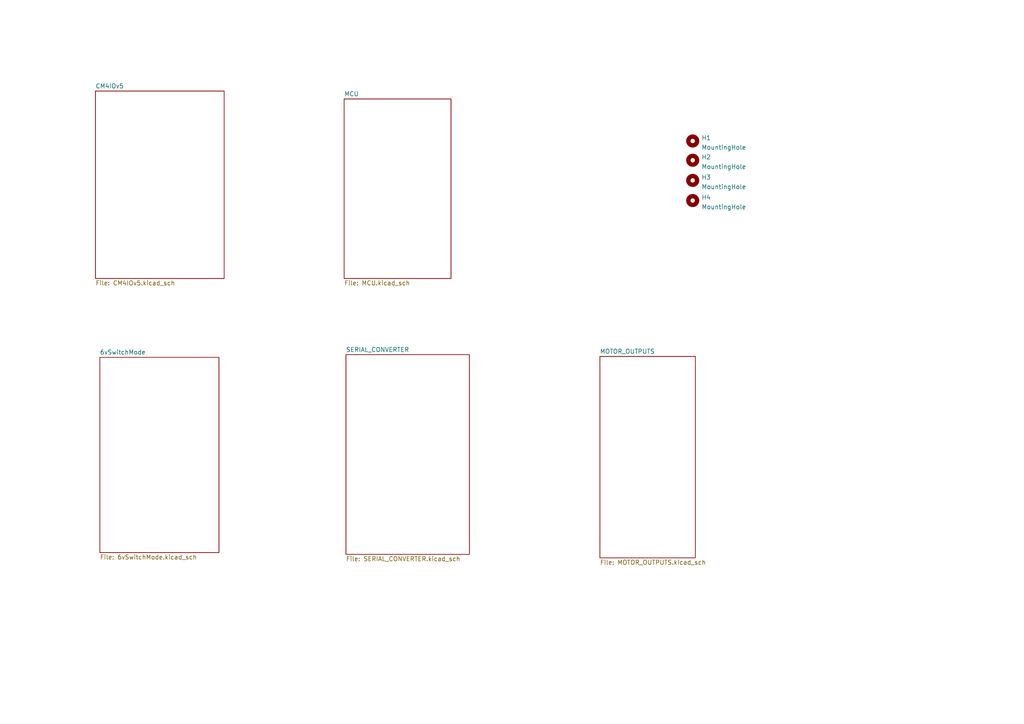
<source format=kicad_sch>
(kicad_sch (version 20210621) (generator eeschema)
  (paper "A4")
  (lib_symbols
    (symbol "Mechanical:MountingHole" (pin_names (offset 1.016))
      (property "Reference" "H" (at 0 5.08 0))
      (property "Value" "MountingHole" (at 0 3.175 0))
      (symbol "MountingHole_0_1"
        (circle (center 0 0) (radius 1.27) (stroke (width 1.27)) (stroke (width 1.27)))
      )
    )
  )
  (symbol (lib_id "Mechanical:MountingHole") (at 200.914 40.894 0) (unit 1)
    (property "Reference" "H1" (at 203.454 39.9855 0) (effects (justify left)))
    (property "Value" "MountingHole" (at 203.454 42.7606 0) (effects (justify left)))
    (property "Footprint" "MountingHole:MountingHole_3.2mm_M3" (effects hide))
  )
  (symbol (lib_id "Mechanical:MountingHole") (at 200.914 46.482 0) (unit 1)
    (property "Reference" "H2" (at 203.454 45.5735 0) (effects (justify left)))
    (property "Value" "MountingHole" (at 203.454 48.3486 0) (effects (justify left)))
    (property "Footprint" "MountingHole:MountingHole_3.2mm_M3" (effects hide))
  )
  (symbol (lib_id "Mechanical:MountingHole") (at 200.914 52.324 0) (unit 1)
    (property "Reference" "H3" (at 203.454 51.4155 0) (effects (justify left)))
    (property "Value" "MountingHole" (at 203.454 54.1906 0) (effects (justify left)))
    (property "Footprint" "MountingHole:MountingHole_3.2mm_M3" (effects hide))
  )
  (symbol (lib_id "Mechanical:MountingHole") (at 200.914 58.166 0) (unit 1)
    (property "Reference" "H4" (at 203.454 57.2575 0) (effects (justify left)))
    (property "Value" "MountingHole" (at 203.454 60.0326 0) (effects (justify left)))
    (property "Footprint" "MountingHole:MountingHole_3.2mm_M3" (effects hide))
  )
  (sheet (at 28.956 103.632) (size 34.544 56.642) (stroke (width 0.1524))
    (property "Sheet name" "6vSwitchMode" (at 28.956 102.9204 0) (effects (justify left bottom)))
    (property "Sheet file" "6vSwitchMode.kicad_sch" (at 28.956 160.8586 0) (effects (justify left top)))
  )
  (sheet (at 27.686 26.416) (size 37.338 54.356) (stroke (width 0.1524))
    (property "Sheet name" "CM4IOv5" (at 27.686 25.7044 0) (effects (justify left bottom)))
    (property "Sheet file" "CM4IOv5.kicad_sch" (at 27.686 81.3566 0) (effects (justify left top)))
  )
  (sheet (at 99.822 28.702) (size 30.988 52.07) (stroke (width 0.1524))
    (property "Sheet name" "MCU" (at 99.822 27.9904 0) (effects (justify left bottom)))
    (property "Sheet file" "MCU.kicad_sch" (at 99.822 81.3566 0) (effects (justify left top)))
  )
  (sheet (at 173.99 103.378) (size 27.686 58.42) (stroke (width 0.1524))
    (property "Sheet name" "MOTOR_OUTPUTS" (at 173.99 102.6664 0) (effects (justify left bottom)))
    (property "Sheet file" "MOTOR_OUTPUTS.kicad_sch" (at 173.99 162.3826 0) (effects (justify left top)))
  )
  (sheet (at 100.33 102.87) (size 35.814 57.912) (stroke (width 0.1524))
    (property "Sheet name" "SERIAL_CONVERTER" (at 100.33 102.1584 0) (effects (justify left bottom)))
    (property "Sheet file" "SERIAL_CONVERTER.kicad_sch" (at 100.33 161.3666 0) (effects (justify left top)))
  )
)
</source>
